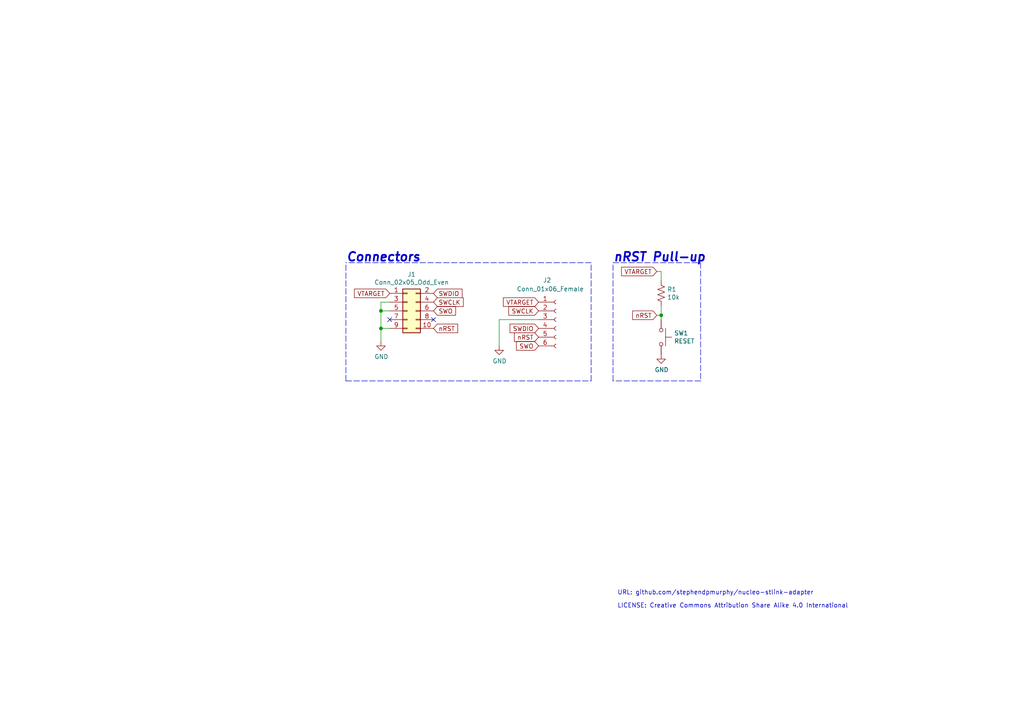
<source format=kicad_sch>
(kicad_sch (version 20211123) (generator eeschema)
  (paper "A4")
  (title_block (title "nucleo-stlink-adapter") (date "2020-08-21") (rev "1"))
  (lib_symbols
    (symbol "Connector:Conn_01x06_Female" (pin_names (offset 1.016) hide)
      (property "Reference" "J" (at 0 7.62 0))
      (property "Value" "Conn_01x06_Female" (at 0 -10.16 0))
      (symbol "Conn_01x06_Female_1_1"
        (arc (start 0 -7.112) (mid -0.508 -7.62) (end 0 -8.128) (stroke (width 0.1524)))
        (arc (start 0 -4.572) (mid -0.508 -5.08) (end 0 -5.588) (stroke (width 0.1524)))
        (arc (start 0 -2.032) (mid -0.508 -2.54) (end 0 -3.048) (stroke (width 0.1524)))
        (polyline (pts (xy -1.27 -7.62) (xy -0.508 -7.62)) (stroke (width 0.1524)))
        (polyline (pts (xy -1.27 -5.08) (xy -0.508 -5.08)) (stroke (width 0.1524)))
        (polyline (pts (xy -1.27 -2.54) (xy -0.508 -2.54)) (stroke (width 0.1524)))
        (polyline (pts (xy -1.27 0) (xy -0.508 0)) (stroke (width 0.1524)))
        (polyline (pts (xy -1.27 2.54) (xy -0.508 2.54)) (stroke (width 0.1524)))
        (polyline (pts (xy -1.27 5.08) (xy -0.508 5.08)) (stroke (width 0.1524)))
        (arc (start 0 0.508) (mid -0.508 0) (end 0 -0.508) (stroke (width 0.1524)))
        (arc (start 0 3.048) (mid -0.508 2.54) (end 0 2.032) (stroke (width 0.1524)))
        (arc (start 0 5.588) (mid -0.508 5.08) (end 0 4.572) (stroke (width 0.1524)))
        (pin passive line (at -5.08 5.08 0) (length 3.81) (name "Pin_1") (number "1"))
        (pin passive line (at -5.08 2.54 0) (length 3.81) (name "Pin_2") (number "2"))
        (pin passive line (at -5.08 0 0) (length 3.81) (name "Pin_3") (number "3"))
        (pin passive line (at -5.08 -2.54 0) (length 3.81) (name "Pin_4") (number "4"))
        (pin passive line (at -5.08 -5.08 0) (length 3.81) (name "Pin_5") (number "5"))
        (pin passive line (at -5.08 -7.62 0) (length 3.81) (name "Pin_6") (number "6"))
      )
    )
    (symbol "Connector_Generic:Conn_02x05_Odd_Even" (pin_names (offset 1.016) hide)
      (property "Reference" "J" (at 1.27 7.62 0))
      (property "Value" "Conn_02x05_Odd_Even" (at 1.27 -7.62 0))
      (symbol "Conn_02x05_Odd_Even_1_1"
        (rectangle (start -1.27 -4.953) (end 0 -5.207) (stroke (width 0.1524)))
        (rectangle (start -1.27 -2.413) (end 0 -2.667) (stroke (width 0.1524)))
        (rectangle (start -1.27 0.127) (end 0 -0.127) (stroke (width 0.1524)))
        (rectangle (start -1.27 2.667) (end 0 2.413) (stroke (width 0.1524)))
        (rectangle (start -1.27 5.207) (end 0 4.953) (stroke (width 0.1524)))
        (rectangle (start -1.27 6.35) (end 3.81 -6.35) (stroke (width 0.254)) (fill (type background)))
        (rectangle (start 3.81 -4.953) (end 2.54 -5.207) (stroke (width 0.1524)))
        (rectangle (start 3.81 -2.413) (end 2.54 -2.667) (stroke (width 0.1524)))
        (rectangle (start 3.81 0.127) (end 2.54 -0.127) (stroke (width 0.1524)))
        (rectangle (start 3.81 2.667) (end 2.54 2.413) (stroke (width 0.1524)))
        (rectangle (start 3.81 5.207) (end 2.54 4.953) (stroke (width 0.1524)))
        (pin passive line (at -5.08 5.08 0) (length 3.81) (name "Pin_1") (number "1"))
        (pin passive line (at 7.62 -5.08 180) (length 3.81) (name "Pin_10") (number "10"))
        (pin passive line (at 7.62 5.08 180) (length 3.81) (name "Pin_2") (number "2"))
        (pin passive line (at -5.08 2.54 0) (length 3.81) (name "Pin_3") (number "3"))
        (pin passive line (at 7.62 2.54 180) (length 3.81) (name "Pin_4") (number "4"))
        (pin passive line (at -5.08 0 0) (length 3.81) (name "Pin_5") (number "5"))
        (pin passive line (at 7.62 0 180) (length 3.81) (name "Pin_6") (number "6"))
        (pin passive line (at -5.08 -2.54 0) (length 3.81) (name "Pin_7") (number "7"))
        (pin passive line (at 7.62 -2.54 180) (length 3.81) (name "Pin_8") (number "8"))
        (pin passive line (at -5.08 -5.08 0) (length 3.81) (name "Pin_9") (number "9"))
      )
    )
    (symbol "Device:R_US" (pin_numbers hide) (pin_names (offset 0))
      (property "Reference" "R" (at 2.54 0 90))
      (property "Value" "R_US" (at -2.54 0 90))
      (symbol "R_US_0_1"
        (polyline (pts (xy 0 -2.286) (xy 0 -2.54)))
        (polyline (pts (xy 0 2.286) (xy 0 2.54)))
        (polyline (pts (xy 0 -0.762) (xy 1.016 -1.143) (xy 0 -1.524) (xy -1.016 -1.905) (xy 0 -2.286)))
        (polyline (pts (xy 0 0.762) (xy 1.016 0.381) (xy 0 0) (xy -1.016 -0.381) (xy 0 -0.762)))
        (polyline (pts (xy 0 2.286) (xy 1.016 1.905) (xy 0 1.524) (xy -1.016 1.143) (xy 0 0.762)))
      )
      (symbol "R_US_1_1"
        (pin passive line (at 0 3.81 270) (length 1.27) (name "~") (number "1"))
        (pin passive line (at 0 -3.81 90) (length 1.27) (name "~") (number "2"))
      )
    )
    (symbol "Switch:SW_Push" (pin_numbers hide) (pin_names (offset 1.016) hide)
      (property "Reference" "SW" (at 1.27 2.54 0))
      (property "Value" "SW_Push" (at 0 -1.524 0))
      (symbol "SW_Push_0_1"
        (circle (center -2.032 0) (radius 0.508))
        (polyline (pts (xy 0 1.27) (xy 0 3.048)))
        (polyline (pts (xy 2.54 1.27) (xy -2.54 1.27)))
        (circle (center 2.032 0) (radius 0.508))
        (pin passive line (at -5.08 0 0) (length 2.54) (name "1") (number "1"))
        (pin passive line (at 5.08 0 180) (length 2.54) (name "2") (number "2"))
      )
    )
    (symbol "power:GND" (power) (pin_names (offset 0))
      (property "Value" "GND" (at 0 -3.81 0))
      (symbol "GND_0_1"
        (polyline (pts (xy 0 0) (xy 0 -1.27) (xy 1.27 -1.27) (xy 0 -2.54) (xy -1.27 -1.27) (xy 0 -1.27)))
      )
      (symbol "GND_1_1"
        (pin power_in line (at 0 0 270) (length 0) hide (name "GND") (number "1"))
      )
    )
  )
  (junction (at 110.49 90.17))
  (junction (at 110.49 95.25))
  (junction (at 191.77 91.44))
  (no_connect (at 113.03 92.71))
  (no_connect (at 125.73 92.71))
  (polyline (pts (xy 100.33 110.49) (xy 171.45 110.49)))
  (wire (pts (xy 190.5 78.74) (xy 191.77 78.74)))
  (polyline (pts (xy 171.45 76.2) (xy 100.33 76.2)))
  (polyline (pts (xy 100.33 110.49) (xy 100.33 76.2)))
  (polyline (pts (xy 171.45 110.49) (xy 171.45 76.2)))
  (wire (pts (xy 110.49 90.17) (xy 110.49 95.25)))
  (wire (pts (xy 191.77 91.44) (xy 191.77 88.9)))
  (polyline (pts (xy 203.2 76.2) (xy 203.2 110.49)))
  (wire (pts (xy 113.03 90.17) (xy 110.49 90.17)))
  (wire (pts (xy 110.49 87.63) (xy 110.49 90.17)))
  (polyline (pts (xy 177.8 110.49) (xy 177.8 76.2)))
  (polyline (pts (xy 177.8 76.2) (xy 203.2 76.2)))
  (polyline (pts (xy 203.2 110.49) (xy 177.8 110.49)))
  (wire (pts (xy 113.03 95.25) (xy 110.49 95.25)))
  (wire (pts (xy 110.49 95.25) (xy 110.49 99.06)))
  (wire (pts (xy 113.03 87.63) (xy 110.49 87.63)))
  (wire (pts (xy 144.78 92.71) (xy 144.78 100.33)))
  (wire (pts (xy 191.77 78.74) (xy 191.77 81.28)))
  (wire (pts (xy 190.5 91.44) (xy 191.77 91.44)))
  (wire (pts (xy 156.21 92.71) (xy 144.78 92.71)))
  (wire (pts (xy 191.77 92.71) (xy 191.77 91.44)))
  (text "nRST Pull-up" (at 177.8 76.2 0) (effects (font (size 2.54 2.54) (thickness 0.508) bold italic) (justify left bottom)))
  (text "Connectors" (at 100.33 76.2 0) (effects (font (size 2.54 2.54) (thickness 0.508) bold italic) (justify left bottom)))
  (text "LICENSE: Creative Commons Attribution Share Alike 4.0 International" (at 179.07 176.53 0) (effects (font (size 1.27 1.27)) (justify left bottom)))
  (text "URL: github.com/stephendpmurphy/nucleo-stlink-adapter" (at 179.07 172.72 0) (effects (font (size 1.27 1.27)) (justify left bottom)))
  (global_label "nRST" (shape input) (at 190.5 91.44 180) (property "Intersheet References" "${INTERSHEET_REFS}" (effects hide)))
  (global_label "SWCLK" (shape input) (at 125.73 87.63 0) (property "Intersheet References" "${INTERSHEET_REFS}" (effects hide)))
  (global_label "VTARGET" (shape input) (at 190.5 78.74 180) (property "Intersheet References" "${INTERSHEET_REFS}" (effects hide)))
  (global_label "SWO" (shape input) (at 156.21 100.33 180) (property "Intersheet References" "${INTERSHEET_REFS}" (effects hide)))
  (global_label "SWDIO" (shape input) (at 125.73 85.09 0) (property "Intersheet References" "${INTERSHEET_REFS}" (effects hide)))
  (global_label "VTARGET" (shape input) (at 113.03 85.09 180) (property "Intersheet References" "${INTERSHEET_REFS}" (effects hide)))
  (global_label "SWDIO" (shape input) (at 156.21 95.25 180) (property "Intersheet References" "${INTERSHEET_REFS}" (effects hide)))
  (global_label "SWO" (shape input) (at 125.73 90.17 0) (property "Intersheet References" "${INTERSHEET_REFS}" (effects hide)))
  (global_label "nRST" (shape input) (at 156.21 97.79 180) (property "Intersheet References" "${INTERSHEET_REFS}" (effects hide)))
  (global_label "VTARGET" (shape input) (at 156.21 87.63 180) (property "Intersheet References" "${INTERSHEET_REFS}" (effects hide)))
  (global_label "nRST" (shape input) (at 125.73 95.25 0) (property "Intersheet References" "${INTERSHEET_REFS}" (effects hide)))
  (global_label "SWCLK" (shape input) (at 156.21 90.17 180) (property "Intersheet References" "${INTERSHEET_REFS}" (effects hide)))
  (symbol (lib_id "Connector:Conn_01x06_Female") (at 161.29 92.71 0) (unit 1)
    (property "Reference" "J2" (at 157.48 81.28 0) (effects (justify left)))
    (property "Value" "Conn_01x06_Female" (at 149.86 83.82 0) (effects (justify left)))
    (property "Footprint" "Connector_PinHeader_2.54mm:PinHeader_1x06_P2.54mm_Vertical" (effects hide))
  )
  (symbol (lib_id "Connector_Generic:Conn_02x05_Odd_Even") (at 118.11 90.17 0) (unit 1)
    (property "Reference" "J1" (at 119.38 79.5782 0))
    (property "Value" "Conn_02x05_Odd_Even" (at 119.38 81.8896 0))
    (property "Footprint" "Connector_PinHeader_1.27mm:PinHeader_2x05_P1.27mm_Vertical_SMD" (effects hide))
  )
  (symbol (lib_id "Switch:SW_Push") (at 191.77 97.79 270) (unit 1)
    (property "Reference" "SW1" (at 195.5292 96.6216 90) (effects (justify left)))
    (property "Value" "RESET" (at 195.5292 98.933 90) (effects (justify left)))
    (property "Footprint" "Button_Switch_SMD:SW_SPST_TL3342" (effects hide))
  )
  (symbol (lib_id "Device:R_US") (at 191.77 85.09 180) (unit 1)
    (property "Reference" "R1" (at 193.4972 83.9216 0) (effects (justify right)))
    (property "Value" "10k" (at 193.4972 86.233 0) (effects (justify right)))
    (property "Footprint" "Resistor_SMD:R_0603_1608Metric" (effects hide))
  )
  (symbol (lib_id "power:GND") (at 191.77 102.87 0) (unit 1)
    (property "Reference" "#PWR0101" (effects hide))
    (property "Value" "GND" (at 191.897 107.2642 0))
  )
  (symbol (lib_id "power:GND") (at 110.49 99.06 0) (unit 1)
    (property "Reference" "#PWR0103" (effects hide))
    (property "Value" "GND" (at 110.617 103.4542 0))
  )
  (symbol (lib_id "power:GND") (at 144.78 100.33 0) (unit 1)
    (property "Reference" "#PWR0102" (effects hide))
    (property "Value" "GND" (at 144.907 104.7242 0))
  )
)
</source>
